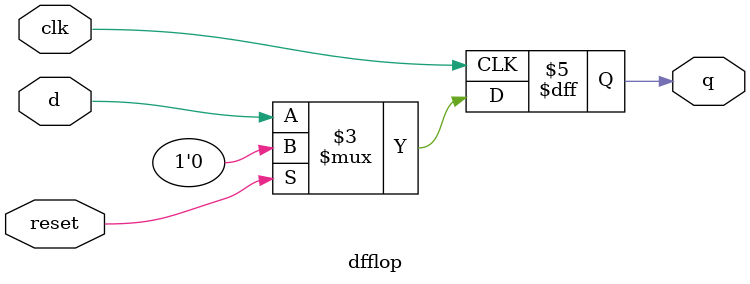
<source format=v>
`timescale 1ns / 1ps


module debounce(clk, btn, reset, debounce);

    input clk, btn, reset;
    output debounce;
    
    wire one, two, three;
    dfflop a(clk, btn, one, reset);
    dfflop b(clk, one, two, reset);
    dfflop c(clk, two, three, reset);
    assign debounce = one & two & three;
   
endmodule

module dfflop(clk, d, q, reset);
    
    input clk, d, reset;
    output reg q;
    
    always @(posedge clk)
    begin
        if(reset) q <= 1'b0;
        else q <= d;
    end

endmodule

</source>
